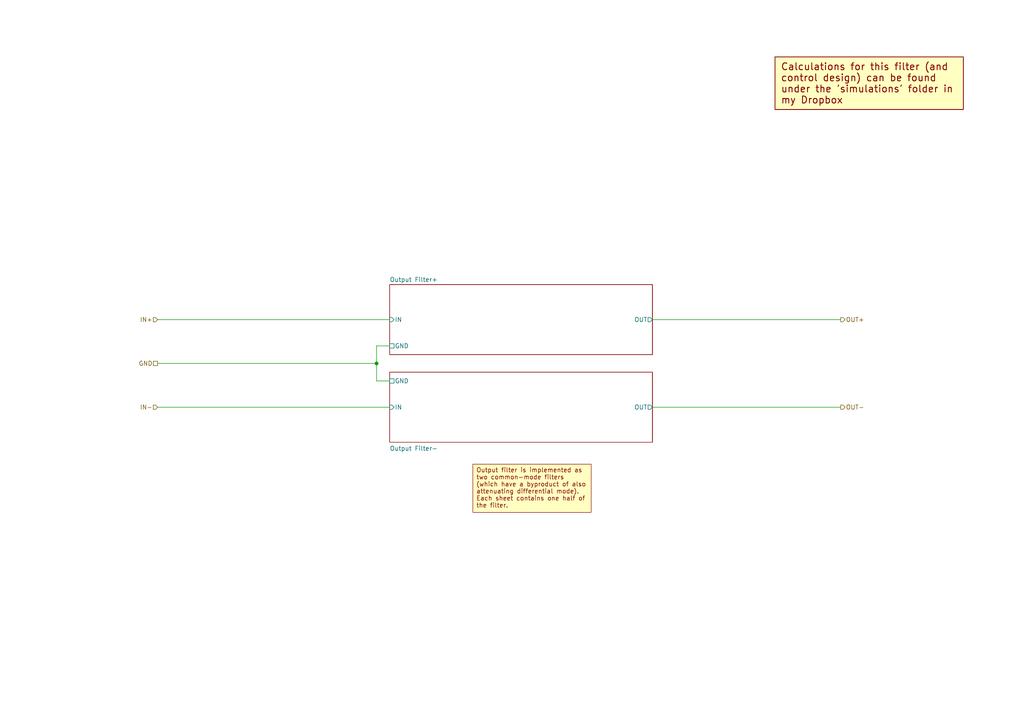
<source format=kicad_sch>
(kicad_sch (version 20230121) (generator eeschema)
  (paper "A4")
  (title_block (title "Shim Amplifier Prototype") (date "2023-08-01") (rev "A.1") (company "Ishaan Govindarajan"))
  (lib_symbols)
  (junction (at 109.22 105.41))
  (wire (pts (xy 45.72 118.11) (xy 113.03 118.11)))
  (wire (pts (xy 45.72 92.71) (xy 113.03 92.71)))
  (wire (pts (xy 189.23 118.11) (xy 243.84 118.11)))
  (wire (pts (xy 109.22 105.41) (xy 109.22 100.33)))
  (wire (pts (xy 109.22 105.41) (xy 109.22 110.49)))
  (wire (pts (xy 45.72 105.41) (xy 109.22 105.41)))
  (wire (pts (xy 109.22 100.33) (xy 113.03 100.33)))
  (wire (pts (xy 189.23 92.71) (xy 243.84 92.71)))
  (wire (pts (xy 109.22 110.49) (xy 113.03 110.49)))
  (text_box "Output filter is implemented as two common-mode filters (which have a byproduct of also attenuating differential mode). Each sheet contains one half of the filter.\n" (at 137.16 134.62 0) (size 34.29 13.97) (stroke (width 0) (color 132 0 0 1)) (fill (type color) (color 255 255 194 1)) (effects (font (size 1.27 1.27)) (justify left top)))
  (text_box "Calculations for this filter (and control design) can be found under the 'simulations' folder in my Dropbox" (at 224.79 16.51 0) (size 54.61 15.24) (stroke (width 0.25) (color 132 0 0 1)) (fill (type color) (color 255 255 194 1)) (effects (font (size 2 2) (thickness 0.254) bold) (justify left top)))
  (hierarchical_label "GND" (shape passive) (at 45.72 105.41 180))
  (hierarchical_label "IN-" (shape input) (at 45.72 118.11 180))
  (hierarchical_label "IN+" (shape input) (at 45.72 92.71 180))
  (hierarchical_label "OUT-" (shape output) (at 243.84 118.11 0))
  (hierarchical_label "OUT+" (shape output) (at 243.84 92.71 0))
  (sheet (at 113.03 82.55) (size 76.2 20.32) (stroke (width 0.1524))
    (property "Sheetname" "Output Filter+" (at 113.03 81.8384 0) (effects (justify left bottom)))
    (property "Sheetfile" "shimamp_OutputFilterHalf.kicad_sch" (effects hide))
    (pin "OUT" output (at 189.23 92.71 0))
    (pin "IN" input (at 113.03 92.71 180))
    (pin "GND" passive (at 113.03 100.33 180))
  )
  (sheet (at 113.03 107.95) (size 76.2 20.32) (stroke (width 0.1524))
    (property "Sheetname" "Output Filter-" (at 113.03 130.81 0) (effects (justify left bottom)))
    (property "Sheetfile" "shimamp_OutputFilterHalf.kicad_sch" (effects hide))
    (pin "OUT" output (at 189.23 118.11 0))
    (pin "IN" input (at 113.03 118.11 180))
    (pin "GND" passive (at 113.03 110.49 180))
  )
)
</source>
